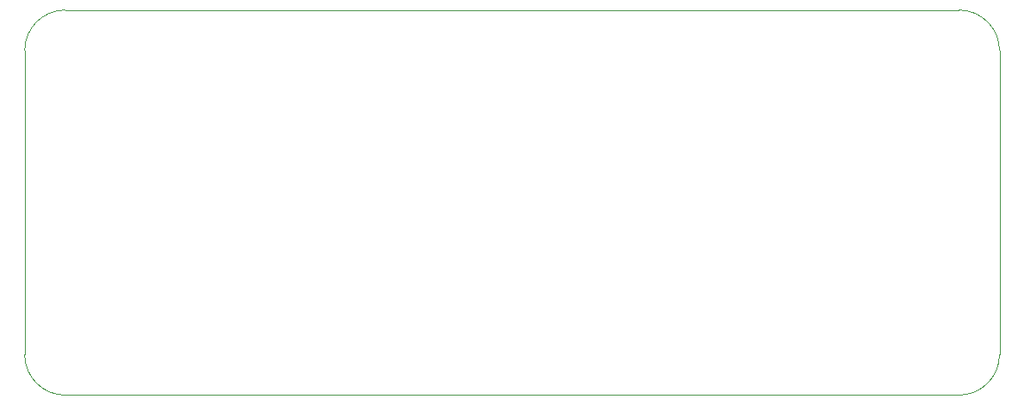
<source format=gm1>
G04 #@! TF.GenerationSoftware,KiCad,Pcbnew,5.1.9+dfsg1-1*
G04 #@! TF.CreationDate,2022-08-21T21:29:47+09:00*
G04 #@! TF.ProjectId,car-fuse-box-smd,6361722d-6675-4736-952d-626f782d736d,rev?*
G04 #@! TF.SameCoordinates,Original*
G04 #@! TF.FileFunction,Profile,NP*
%FSLAX46Y46*%
G04 Gerber Fmt 4.6, Leading zero omitted, Abs format (unit mm)*
G04 Created by KiCad (PCBNEW 5.1.9+dfsg1-1) date 2022-08-21 21:29:47*
%MOMM*%
%LPD*%
G01*
G04 APERTURE LIST*
G04 #@! TA.AperFunction,Profile*
%ADD10C,0.050000*%
G04 #@! TD*
G04 APERTURE END LIST*
D10*
X69000000Y-96000000D02*
X157000000Y-96000000D01*
X65000000Y-130000000D02*
X65000000Y-100000000D01*
X157000000Y-134000000D02*
X69000000Y-134000000D01*
X161000000Y-100000000D02*
X161000000Y-130000000D01*
X69000000Y-134000000D02*
G75*
G02*
X65000000Y-130000000I0J4000000D01*
G01*
X161000000Y-130000000D02*
G75*
G02*
X157000000Y-134000000I-4000000J0D01*
G01*
X157000000Y-96000000D02*
G75*
G02*
X161000000Y-100000000I0J-4000000D01*
G01*
X65000000Y-100000000D02*
G75*
G02*
X69000000Y-96000000I4000000J0D01*
G01*
M02*

</source>
